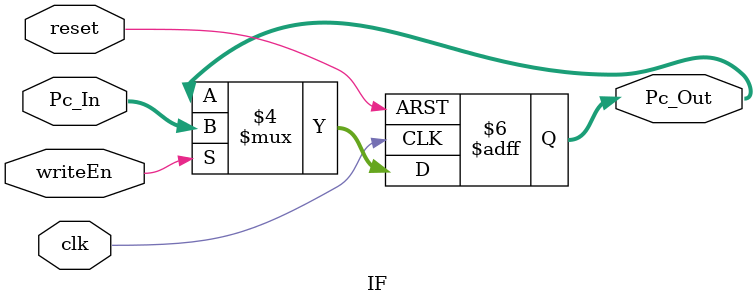
<source format=v>
`timescale 1ns/1ps
module IF(writeEn, reset, clk, Pc_In, Pc_Out);

input	writeEn, reset, clk;
input	[31:0]	Pc_In;
output	reg	[31:0]	Pc_Out;

always @(negedge reset or posedge clk) begin
	if(!reset) begin
		Pc_Out<=32'h80000000;
	end
	else begin
		if(writeEn) begin
			Pc_Out<=Pc_In;
		end
		else begin
			Pc_Out<=Pc_Out;
		end
	end
end

endmodule

</source>
